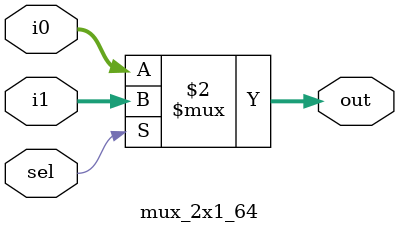
<source format=v>

/* 64 Bit 2:1 Multiplexor

	Inputs:
	sel = select bit
	i0 = input 0 (64)
	i1 = input 1 (64)
	
	Outputs:
	out = Output (64)
	
	Function:
	out = selected input

*/

module mux_2x1_64(sel, i0, i1, out);

	input sel;
	input [63:0] i0, i1;
	output reg [63:0] out;
	
	always @(*) begin
		
		out = sel? i1: i0;
		
	end

endmodule
</source>
